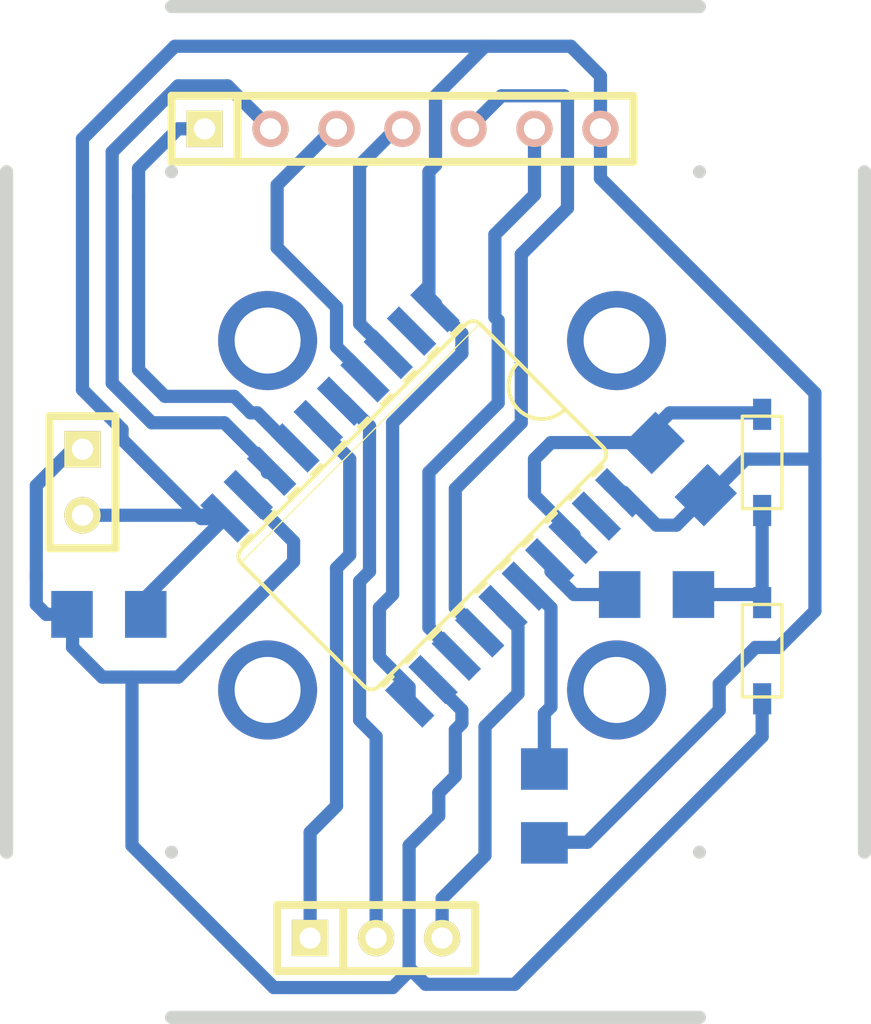
<source format=kicad_pcb>
(kicad_pcb (version 4) (host json2kicad_pcb "2020-11-07 22:23:10")

  (general
    (links 0)
    (no_connects 0)
    (area -9.4996 -24.257 49.53 14.605)
    (thickness 1.6002)
    (drawings 0)
    (tracks 160)
    (zones 0)
    (modules 11)
    (nets 133)
  )

  (page A3)
  (title_block
    (date "30 dec 2015")
  )

  (layers
  (0 B.Cu signal)
  (1 Inner1.Cu signal)
  (2 Inner2.Cu signal)
  (15 F.Cu signal)
  (20 B.SilkS user)
  (21 F.SilkS user)
  (22 B.Paste user)
  (23 F.Paste user)
  (24 Dwgs.User user)
  (25 Cmts.User user)
  (26 Eco1.User user)
  (27 Eco2.User user)
  (28 Edge.Cuts user)
  (31 B.Cu signal)
  (32 B.Adhes user)
  (33 F.Adhes user)
  (34 B.Paste user)
  (35 F.Paste user)
  (36 B.SilkS user)
  (37 F.SilkS user)
  (38 B.Mask user)
  (39 F.Mask user)
  (40 Dwgs.User user)
  (41 Cmts.User user)
  (42 Eco1.User user)
  (43 Eco2.User user)
  (44 Edge.Cuts user)
  )

  (setup
(last_trace_width 0.254)
    (trace_clearance 0.254)
    (zone_clearance 0.508)
    (zone_45_only no)
    (trace_min 0.254)
    (segment_width 0.2)
    (edge_width 0.1)
    (via_size 1.19888)
    (via_drill 0.635)
    (via_min_size 0.889)
    (via_min_drill 0.508)
    (uvia_size 0.508)
    (uvia_drill 0.127)
    (uvias_allowed no)
    (uvia_min_size 0.508)
    (uvia_min_drill 0.127)
    (pcb_text_width 0.3)
    (pcb_text_size 1.5 1.5)
    (mod_edge_width 0.15)
    (mod_text_size 1 1)
    (mod_text_width 0.15)
    (pad_size 1.5 1.5)
    (pad_drill 0.6)
    (pad_to_mask_clearance 0)
    (aux_axis_origin 0 0)
    (visible_elements 7FFFFFFF)
    (pcbplotparams
      (layerselection 0x00030_80000001)
      (usegerberextensions true)
      (excludeedgelayer true)
      (linewidth 0.150000)
      (plotframeref false)
      (viasonmask false)
      (mode 1)
      (useauxorigin false)
      (hpglpennumber 1)
      (hpglpenspeed 20)
      (hpglpendiameter 15)
      (hpglpenoverlay 2)
      (psnegative false)
      (psa4output false)
      (plotreference true)
      (plotvalue true)
      (plotinvisibletext false)
      (padsonsilk false)
      (subtractmaskfromsilk false)
      (outputformat 1)
      (mirror false)
      (drillshape 1)
      (scaleselection 1)
      (outputdirectory ""))
  )

  (net 0 "")
  (net 1 "N-00001")
  (net 2 "N-00002")
  (net 3 "N-00003")
  (net 4 "N-00004")
  (net 5 "N-00005")
  (net 6 "N-00006")
  (net 7 "N-00007")
  (net 8 "N-00008")
  (net 9 "N-00009")
  (net 10 "N-00010")
  (net 11 "N-00011")
  (net 12 "N-00012")
  (net 13 "N-00013")
  (net 14 "N-00014")
  (net 15 "N-00015")
  (net 16 "N-00016")
  (net 17 "N-00017")
  (net 18 "N-00018")
  (net 66 "N-00066")
  (net 50 "N-00050")
  (net 45 "N-00045")
  (net 46 "N-00046")
  (net 44 "N-00044")
  (net 51 "N-00051")
  (net 25 "N-00025")
  (net 26 "N-00026")
  (net 58 "N-00058")
  (net 28 "N-00028")
  (net 29 "N-00029")
  (net 30 "N-00030")
  (net 31 "N-00031")
  (net 32 "N-00032")
  (net 64 "N-00064")
  (net 57 "N-00057")
  (net 69 "N-00069")
  (net 71 "N-00071")
  (net 43 "N-00043")
  (net 65 "N-00065")
  (net 56 "N-00056")
  (net 67 "N-00067")
  (net 68 "N-00068")
  (net 69 "N-00069")
  (net 70 "N-00070")
  (net 71 "N-00071")
  (net 72 "N-00072")
  (net 73 "N-00073")
  (net 74 "N-00074")
  (net 75 "N-00075")
  (net 76 "N-00076")
  (net 77 "N-00077")
  (net 78 "N-00078")
  (net 79 "N-00079")
  (net 80 "N-00080")
  (net 81 "N-00081")
  (net 82 "N-00082")
  (net 83 "N-00083")
  (net 116 "N-00116")
  (net 85 "N-00085")
  (net 127 "N-00127")
  (net 122 "N-00122")
  (net 123 "N-00123")
  (net 89 "N-00089")
  (net 90 "N-00090")
  (net 91 "N-00091")
  (net 92 "N-00092")
  (net 93 "N-00093")
  (net 94 "N-00094")
  (net 95 "N-00095")
  (net 96 "N-00096")
  (net 97 "N-00097")
  (net 117 "N-00117")
  (net 126 "N-00126")
  (net 124 "N-00124")
  (net 125 "N-00125")
  (net 135 "N-00135")
  (net 103 "N-00103")
  (net 104 "N-00104")
  (net 105 "N-00105")
  (net 106 "N-00106")
  (net 121 "N-00121")
  (net 108 "N-00108")
  (net 109 "N-00109")
  (net 120 "N-00120")
  (net 119 "N-00119")
  (net 111 "N-00111")
  (net 169 "N-00169")
  (net 113 "N-00113")
  (net 113 "N-00113")
  (net 119 "N-00119")
  (net 138 "N-00138")
  (net 115 "N-00115")
  (net 205 "N-00205")
  (net 167 "N-00167")
  (net 163 "N-00163")
  (net 139 "N-00139")
  (net 140 "N-00140")
  (net 164 "N-00164")
  (net 158 "N-00158")
  (net 193 "N-00193")
  (net 159 "N-00159")
  (net 145 "N-00145")
  (net 146 "N-00146")
  (net 161 "N-00161")
  (net 148 "N-00148")
  (net 149 "N-00149")
  (net 176 "N-00176")
  (net 199 "N-00199")
  (net 208 "N-00208")
  (net 165 "N-00165")
  (net 156 "N-00156")
  (net 156 "N-00156")
  (net 157 "N-00157")
  (net 170 "N-00170")
  (net 171 "N-00171")
  (net 172 "N-00172")
  (net 173 "N-00173")
  (net 190 "N-00190")
  (net 175 "N-00175")
  (net 180 "N-00180")
  (net 179 "N-00179")
  (net 189 "N-00189")
  (net 188 "N-00188")
  (net 183 "N-00183")
  (net 184 "N-00184")
  (net 185 "N-00185")
  (net 207 "N-00207")
  (net 192 "N-00192")
  (net 194 "N-00194")
  (net 206 "N-00206")
  (net 201 "N-00201")
  (net 197 "N-00197")
  (net 203 "N-00203")

  (net_class Default "This is the default net class."
    (via_dia 1.19888)
    (via_drill 0.635)
    (uvia_drill 0.127)
    (trace_width 0.254)
    (uvia_dia 0.508)
    (clearance 0.254)
    (add_net "")
    (add_net "N-00001")
    (add_net "N-00002")
    (add_net "N-00003")
    (add_net "N-00004")
    (add_net "N-00005")
    (add_net "N-00006")
    (add_net "N-00007")
    (add_net "N-00008")
    (add_net "N-00009")
    (add_net "N-00010")
    (add_net "N-00011")
    (add_net "N-00012")
    (add_net "N-00013")
    (add_net "N-00014")
    (add_net "N-00015")
    (add_net "N-00016")
    (add_net "N-00017")
    (add_net "N-00018")
    (add_net "N-00135")
    (add_net "N-00165")
    (add_net "N-00025")
    (add_net "N-00026")
    (add_net "N-00138")
    (add_net "N-00028")
    (add_net "N-00029")
    (add_net "N-00030")
    (add_net "N-00031")
    (add_net "N-00032")
    (add_net "N-00025")
    (add_net "N-00026")
    (add_net "N-00167")
    (add_net "N-00043")
    (add_net "N-00044")
    (add_net "N-00045")
    (add_net "N-00046")
    (add_net "N-00161")
    (add_net "")
    (add_net "N-00050")
    (add_net "N-00051")
    (add_net "N-00004")
    (add_net "N-00056")
    (add_net "N-00008")
    (add_net "N-00058")
    (add_net "N-00163")
    (add_net "N-00064")
    (add_net "N-00065")
    (add_net "N-00066")
    (add_net "N-00067")
    (add_net "N-00068")
    (add_net "N-00069")
    (add_net "N-00070")
    (add_net "N-00071")
    (add_net "N-00072")
    (add_net "N-00073")
    (add_net "N-00074")
    (add_net "N-00075")
    (add_net "N-00076")
    (add_net "N-00077")
    (add_net "N-00078")
    (add_net "N-00079")
    (add_net "N-00080")
    (add_net "N-00081")
    (add_net "N-00082")
    (add_net "N-00083")
    (add_net "N-00124")
    (add_net "N-00085")
    (add_net "N-00126")
    (add_net "N-00127")
    (add_net "N-00089")
    (add_net "N-00090")
    (add_net "N-00091")
    (add_net "N-00092")
    (add_net "N-00093")
    (add_net "N-00094")
    (add_net "N-00095")
    (add_net "N-00096")
    (add_net "N-00097")
    (add_net "N-00058")
    (add_net "N-00103")
    (add_net "N-00104")
    (add_net "N-00105")
    (add_net "N-00057")
    (add_net "N-00056")
    (add_net "N-00051")
    (add_net "N-00050")
    (add_net "N-00111")
    (add_net "N-00113")
    (add_net "N-00115")
    (add_net "N-00116")
    (add_net "N-00117")
    (add_net "N-00119")
    (add_net "N-00120")
    (add_net "N-00121")
    (add_net "N-00122")
    (add_net "N-00123")
    (add_net "N-00124")
    (add_net "N-00125")
    (add_net "N-00126")
    (add_net "N-00127")
    (add_net "N-00164")
    (add_net "N-00201")
    (add_net "N-00199")
    (add_net "N-00179")
    (add_net "N-00135")
    (add_net "N-00108")
    (add_net "N-00138")
    (add_net "N-00139")
    (add_net "N-00140")
    (add_net "N-00190")
    (add_net "N-00193")
    (add_net "N-00109")
    (add_net "N-00115")
    (add_net "N-00145")
    (add_net "N-00117")
    (add_net "N-00116")
    (add_net "N-00111")
    (add_net "N-00149")
    (add_net "N-00113")
    (add_net "N-00176")
    (add_net "N-00082")
    (add_net "N-00083")
    (add_net "N-00080")
    (add_net "N-00081")
    (add_net "N-00119")
    (add_net "N-00139")
    (add_net "N-00158")
    (add_net "N-00085")
    (add_net "N-00161")
    (add_net "N-00163")
    (add_net "N-00164")
    (add_net "N-00165")
    (add_net "N-00167")
    (add_net "N-00169")
    (add_net "N-00170")
    (add_net "N-00171")
    (add_net "N-00172")
    (add_net "N-00173")
    (add_net "N-00175")
    (add_net "N-00176")
    (add_net "N-00003")
    (add_net "N-00179")
    (add_net "N-00180")
    (add_net "N-00007")
    (add_net "N-00183")
    (add_net "N-00184")
    (add_net "N-00185")
    (add_net "N-00188")
    (add_net "N-00189")
    (add_net "N-00190")
    (add_net "N-00192")
    (add_net "N-00193")
    (add_net "N-00194")
    (add_net "N-00197")
    (add_net "N-00199")
    (add_net "N-00201")
    (add_net "N-00203")
    (add_net "N-00205")
    (add_net "N-00206")
    (add_net "N-00207")
    (add_net "N-00208")
    (add_net "N-00108")
    (add_net "N-00109")
    (add_net "N-00103")
    (add_net "N-00106")
    (add_net "N-00104")
    (add_net "N-00105")
    (add_net "N-00032")
    (add_net "N-00031")
    (add_net "N-00030")
    (add_net "N-00194")
    (add_net "N-00028")
    (add_net "N-00029")
    (add_net "N-00064")
    (add_net "N-00065")
    (add_net "N-00066")
    (add_net "N-00067")
    (add_net "N-00068")
    (add_net "N-00069")
    (add_net "N-00175")
    (add_net "N-00173")
    (add_net "N-00172")
    (add_net "N-00171")
    (add_net "N-00170")
    (add_net "N-00183")
    (add_net "N-00180")
    (add_net "N-00002")
    (add_net "N-00184")
    (add_net "N-00006")
    (add_net "N-00188")
    (add_net "N-00189")
    (add_net "N-00197")
    (add_net "N-00106")
    (add_net "N-00185")
    (add_net "N-00192")
    (add_net "N-00169")
    (add_net "N-00057")
    (add_net "N-00091")
    (add_net "N-00090")
    (add_net "N-00093")
    (add_net "N-00092")
    (add_net "N-00095")
    (add_net "N-00094")
    (add_net "N-00097")
    (add_net "N-00096")
    (add_net "N-00011")
    (add_net "N-00010")
    (add_net "N-00013")
    (add_net "N-00012")
    (add_net "N-00015")
    (add_net "N-00014")
    (add_net "N-00017")
    (add_net "N-00016")
    (add_net "N-00018")
    (add_net "N-00146")
    (add_net "N-00089")
    (add_net "N-00148")
    (add_net "N-00157")
    (add_net "N-00156")
    (add_net "N-00159")
    (add_net "N-00158")
    (add_net "N-00207")
    (add_net "N-00046")
    (add_net "N-00156")
    (add_net "N-00044")
    (add_net "N-00045")
    (add_net "N-00043")
    (add_net "N-00157")
    (add_net "N-00001")
    (add_net "N-00005")
    (add_net "N-00009")
    (add_net "N-00159")
    (add_net "N-00146")
    (add_net "N-00203")
    (add_net "N-00145")
    (add_net "N-00205")
    (add_net "N-00140")
    (add_net "N-00206")
    (add_net "N-00208")
    (add_net "N-00148")
    (add_net "N-00149")
    (add_net "N-00077")
    (add_net "N-00076")
    (add_net "N-00075")
    (add_net "N-00074")
    (add_net "N-00073")
    (add_net "N-00072")
    (add_net "N-00071")
    (add_net "N-00070")
    (add_net "N-00079")
    (add_net "N-00078")
    (add_net "N-00120")
    (add_net "N-00121")
    (add_net "N-00122")
    (add_net "N-00123")
    (add_net "N-00125")
  )
  (module "SO20W"
    (layer "F.Cu")
    (tedit 0)
    (tstamp 0)
    (at 32.512 -5.08 -135.00)
    (fp_text reference "U0"
      (at -0.254 0.0 0.00)
      (layer Eco1.User)
      (effects (font (size 1.27 0.0)
        (thickness 0.0)))
    )
    (fp_text value "l6234"
      (at 2.413 0.0 0.00)
      (layer Eco1.User)
      (effects (font (size 1.27 0.0)
        (thickness 0.0)))
    )
    (fp_line (start 6.1214 -3.7338) (end -6.1214 -3.7338) (layer F.SilkS) (width 0.1524))
    (fp_arc (start 6.1214 3.3528) (end 6.1214 3.7338) (angle -90.00) (layer F.SilkS) (width 0.1524))
    (fp_arc (start -6.1214 -3.3528) (end -6.5024 -3.3528) (angle 90.00) (layer F.SilkS) (width 0.1524))
    (fp_arc (start 6.1214 -3.3528) (end 6.1214 -3.7338) (angle 90.00) (layer F.SilkS) (width 0.1524))
    (fp_arc (start -6.1214 3.3528) (end -6.5024 3.3528) (angle -90.00) (layer F.SilkS) (width 0.1524))
    (fp_line (start -6.1214 3.7338) (end 6.1214 3.7338) (layer F.SilkS) (width 0.1524))
    (fp_line (start 6.5024 3.3528) (end 6.5024 -3.3528) (layer F.SilkS) (width 0.1524))
    (fp_line (start -6.5024 -3.3528) (end -6.5024 -1.27) (layer F.SilkS) (width 0.1524))
    (fp_line (start -6.5024 -1.27) (end -6.5024 1.27) (layer F.SilkS) (width 0.1524))
    (fp_line (start -6.5024 1.27) (end -6.5024 3.3528) (layer F.SilkS) (width 0.1524))
    (fp_line (start -6.477 3.3782) (end 6.477 3.3782) (layer F.SilkS) (width 0.0508))
    (fp_arc (start -6.5024 0.0) (end -6.5024 -1.27) (angle 180.00) (layer F.SilkS) (width 0.1524))
    (fp_line (start -5.969 3.8608) (end -5.461 3.8608) (layer F.SilkS) (width 0.127))
    (fp_line (start -5.461 3.8608) (end -5.461 3.7338) (layer F.SilkS) (width 0.127))
    (fp_line (start -5.461 3.7338) (end -5.969 3.7338) (layer F.SilkS) (width 0.127))
    (fp_line (start -5.969 3.7338) (end -5.969 3.8608) (layer F.SilkS) (width 0.127))
    (fp_line (start -5.969 5.334) (end -5.461 5.334) (layer Cmts.User) (width 0.127))
    (fp_line (start -5.461 5.334) (end -5.461 3.8608) (layer Cmts.User) (width 0.127))
    (fp_line (start -5.461 3.8608) (end -5.969 3.8608) (layer Cmts.User) (width 0.127))
    (fp_line (start -5.969 3.8608) (end -5.969 5.334) (layer Cmts.User) (width 0.127))
    (fp_line (start -4.699 3.8608) (end -4.191 3.8608) (layer F.SilkS) (width 0.127))
    (fp_line (start -4.191 3.8608) (end -4.191 3.7338) (layer F.SilkS) (width 0.127))
    (fp_line (start -4.191 3.7338) (end -4.699 3.7338) (layer F.SilkS) (width 0.127))
    (fp_line (start -4.699 3.7338) (end -4.699 3.8608) (layer F.SilkS) (width 0.127))
    (fp_line (start -4.699 5.334) (end -4.191 5.334) (layer Cmts.User) (width 0.127))
    (fp_line (start -4.191 5.334) (end -4.191 3.8608) (layer Cmts.User) (width 0.127))
    (fp_line (start -4.191 3.8608) (end -4.699 3.8608) (layer Cmts.User) (width 0.127))
    (fp_line (start -4.699 3.8608) (end -4.699 5.334) (layer Cmts.User) (width 0.127))
    (fp_line (start -3.429 3.8608) (end -2.921 3.8608) (layer F.SilkS) (width 0.127))
    (fp_line (start -2.921 3.8608) (end -2.921 3.7338) (layer F.SilkS) (width 0.127))
    (fp_line (start -2.921 3.7338) (end -3.429 3.7338) (layer F.SilkS) (width 0.127))
    (fp_line (start -3.429 3.7338) (end -3.429 3.8608) (layer F.SilkS) (width 0.127))
    (fp_line (start -3.429 5.334) (end -2.921 5.334) (layer Cmts.User) (width 0.127))
    (fp_line (start -2.921 5.334) (end -2.921 3.8608) (layer Cmts.User) (width 0.127))
    (fp_line (start -2.921 3.8608) (end -3.429 3.8608) (layer Cmts.User) (width 0.127))
    (fp_line (start -3.429 3.8608) (end -3.429 5.334) (layer Cmts.User) (width 0.127))
    (fp_line (start -2.159 3.8608) (end -1.651 3.8608) (layer F.SilkS) (width 0.127))
    (fp_line (start -1.651 3.8608) (end -1.651 3.7338) (layer F.SilkS) (width 0.127))
    (fp_line (start -1.651 3.7338) (end -2.159 3.7338) (layer F.SilkS) (width 0.127))
    (fp_line (start -2.159 3.7338) (end -2.159 3.8608) (layer F.SilkS) (width 0.127))
    (fp_line (start -2.159 5.334) (end -1.651 5.334) (layer Cmts.User) (width 0.127))
    (fp_line (start -1.651 5.334) (end -1.651 3.8608) (layer Cmts.User) (width 0.127))
    (fp_line (start -1.651 3.8608) (end -2.159 3.8608) (layer Cmts.User) (width 0.127))
    (fp_line (start -2.159 3.8608) (end -2.159 5.334) (layer Cmts.User) (width 0.127))
    (fp_line (start -0.889 5.334) (end -0.381 5.334) (layer Cmts.User) (width 0.127))
    (fp_line (start -0.381 5.334) (end -0.381 3.8608) (layer Cmts.User) (width 0.127))
    (fp_line (start -0.381 3.8608) (end -0.889 3.8608) (layer Cmts.User) (width 0.127))
    (fp_line (start -0.889 3.8608) (end -0.889 5.334) (layer Cmts.User) (width 0.127))
    (fp_line (start -0.889 3.8608) (end -0.381 3.8608) (layer F.SilkS) (width 0.127))
    (fp_line (start -0.381 3.8608) (end -0.381 3.7338) (layer F.SilkS) (width 0.127))
    (fp_line (start -0.381 3.7338) (end -0.889 3.7338) (layer F.SilkS) (width 0.127))
    (fp_line (start -0.889 3.7338) (end -0.889 3.8608) (layer F.SilkS) (width 0.127))
    (fp_line (start 0.381 3.8608) (end 0.889 3.8608) (layer F.SilkS) (width 0.127))
    (fp_line (start 0.889 3.8608) (end 0.889 3.7338) (layer F.SilkS) (width 0.127))
    (fp_line (start 0.889 3.7338) (end 0.381 3.7338) (layer F.SilkS) (width 0.127))
    (fp_line (start 0.381 3.7338) (end 0.381 3.8608) (layer F.SilkS) (width 0.127))
    (fp_line (start 0.381 5.334) (end 0.889 5.334) (layer Cmts.User) (width 0.127))
    (fp_line (start 0.889 5.334) (end 0.889 3.8608) (layer Cmts.User) (width 0.127))
    (fp_line (start 0.889 3.8608) (end 0.381 3.8608) (layer Cmts.User) (width 0.127))
    (fp_line (start 0.381 3.8608) (end 0.381 5.334) (layer Cmts.User) (width 0.127))
    (fp_line (start 1.651 3.8608) (end 2.159 3.8608) (layer F.SilkS) (width 0.127))
    (fp_line (start 2.159 3.8608) (end 2.159 3.7338) (layer F.SilkS) (width 0.127))
    (fp_line (start 2.159 3.7338) (end 1.651 3.7338) (layer F.SilkS) (width 0.127))
    (fp_line (start 1.651 3.7338) (end 1.651 3.8608) (layer F.SilkS) (width 0.127))
    (fp_line (start 1.651 5.334) (end 2.159 5.334) (layer Cmts.User) (width 0.127))
    (fp_line (start 2.159 5.334) (end 2.159 3.8608) (layer Cmts.User) (width 0.127))
    (fp_line (start 2.159 3.8608) (end 1.651 3.8608) (layer Cmts.User) (width 0.127))
    (fp_line (start 1.651 3.8608) (end 1.651 5.334) (layer Cmts.User) (width 0.127))
    (fp_line (start 2.921 3.8608) (end 3.429 3.8608) (layer F.SilkS) (width 0.127))
    (fp_line (start 3.429 3.8608) (end 3.429 3.7338) (layer F.SilkS) (width 0.127))
    (fp_line (start 3.429 3.7338) (end 2.921 3.7338) (layer F.SilkS) (width 0.127))
    (fp_line (start 2.921 3.7338) (end 2.921 3.8608) (layer F.SilkS) (width 0.127))
    (fp_line (start 2.921 5.334) (end 3.429 5.334) (layer Cmts.User) (width 0.127))
    (fp_line (start 3.429 5.334) (end 3.429 3.8608) (layer Cmts.User) (width 0.127))
    (fp_line (start 3.429 3.8608) (end 2.921 3.8608) (layer Cmts.User) (width 0.127))
    (fp_line (start 2.921 3.8608) (end 2.921 5.334) (layer Cmts.User) (width 0.127))
    (fp_line (start -5.969 -3.8608) (end -5.461 -3.8608) (layer Cmts.User) (width 0.127))
    (fp_line (start -5.461 -3.8608) (end -5.461 -5.334) (layer Cmts.User) (width 0.127))
    (fp_line (start -5.461 -5.334) (end -5.969 -5.334) (layer Cmts.User) (width 0.127))
    (fp_line (start -5.969 -5.334) (end -5.969 -3.8608) (layer Cmts.User) (width 0.127))
    (fp_line (start -5.969 -3.7338) (end -5.461 -3.7338) (layer F.SilkS) (width 0.127))
    (fp_line (start -5.461 -3.7338) (end -5.461 -3.8608) (layer F.SilkS) (width 0.127))
    (fp_line (start -5.461 -3.8608) (end -5.969 -3.8608) (layer F.SilkS) (width 0.127))
    (fp_line (start -5.969 -3.8608) (end -5.969 -3.7338) (layer F.SilkS) (width 0.127))
    (fp_line (start -4.699 -3.7338) (end -4.191 -3.7338) (layer F.SilkS) (width 0.127))
    (fp_line (start -4.191 -3.7338) (end -4.191 -3.8608) (layer F.SilkS) (width 0.127))
    (fp_line (start -4.191 -3.8608) (end -4.699 -3.8608) (layer F.SilkS) (width 0.127))
    (fp_line (start -4.699 -3.8608) (end -4.699 -3.7338) (layer F.SilkS) (width 0.127))
    (fp_line (start -4.699 -3.8608) (end -4.191 -3.8608) (layer Cmts.User) (width 0.127))
    (fp_line (start -4.191 -3.8608) (end -4.191 -5.334) (layer Cmts.User) (width 0.127))
    (fp_line (start -4.191 -5.334) (end -4.699 -5.334) (layer Cmts.User) (width 0.127))
    (fp_line (start -4.699 -5.334) (end -4.699 -3.8608) (layer Cmts.User) (width 0.127))
    (fp_line (start -3.429 -3.7338) (end -2.921 -3.7338) (layer F.SilkS) (width 0.127))
    (fp_line (start -2.921 -3.7338) (end -2.921 -3.8608) (layer F.SilkS) (width 0.127))
    (fp_line (start -2.921 -3.8608) (end -3.429 -3.8608) (layer F.SilkS) (width 0.127))
    (fp_line (start -3.429 -3.8608) (end -3.429 -3.7338) (layer F.SilkS) (width 0.127))
    (fp_line (start -3.429 -3.8608) (end -2.921 -3.8608) (layer Cmts.User) (width 0.127))
    (fp_line (start -2.921 -3.8608) (end -2.921 -5.334) (layer Cmts.User) (width 0.127))
    (fp_line (start -2.921 -5.334) (end -3.429 -5.334) (layer Cmts.User) (width 0.127))
    (fp_line (start -3.429 -5.334) (end -3.429 -3.8608) (layer Cmts.User) (width 0.127))
    (fp_line (start -2.159 -3.7338) (end -1.651 -3.7338) (layer F.SilkS) (width 0.127))
    (fp_line (start -1.651 -3.7338) (end -1.651 -3.8608) (layer F.SilkS) (width 0.127))
    (fp_line (start -1.651 -3.8608) (end -2.159 -3.8608) (layer F.SilkS) (width 0.127))
    (fp_line (start -2.159 -3.8608) (end -2.159 -3.7338) (layer F.SilkS) (width 0.127))
    (fp_line (start -2.159 -3.8608) (end -1.651 -3.8608) (layer Cmts.User) (width 0.127))
    (fp_line (start -1.651 -3.8608) (end -1.651 -5.334) (layer Cmts.User) (width 0.127))
    (fp_line (start -1.651 -5.334) (end -2.159 -5.334) (layer Cmts.User) (width 0.127))
    (fp_line (start -2.159 -5.334) (end -2.159 -3.8608) (layer Cmts.User) (width 0.127))
    (fp_line (start -0.889 -3.7338) (end -0.381 -3.7338) (layer F.SilkS) (width 0.127))
    (fp_line (start -0.381 -3.7338) (end -0.381 -3.8608) (layer F.SilkS) (width 0.127))
    (fp_line (start -0.381 -3.8608) (end -0.889 -3.8608) (layer F.SilkS) (width 0.127))
    (fp_line (start -0.889 -3.8608) (end -0.889 -3.7338) (layer F.SilkS) (width 0.127))
    (fp_line (start -0.889 -3.8608) (end -0.381 -3.8608) (layer Cmts.User) (width 0.127))
    (fp_line (start -0.381 -3.8608) (end -0.381 -5.334) (layer Cmts.User) (width 0.127))
    (fp_line (start -0.381 -5.334) (end -0.889 -5.334) (layer Cmts.User) (width 0.127))
    (fp_line (start -0.889 -5.334) (end -0.889 -3.8608) (layer Cmts.User) (width 0.127))
    (fp_line (start 0.381 -3.7338) (end 0.889 -3.7338) (layer F.SilkS) (width 0.127))
    (fp_line (start 0.889 -3.7338) (end 0.889 -3.8608) (layer F.SilkS) (width 0.127))
    (fp_line (start 0.889 -3.8608) (end 0.381 -3.8608) (layer F.SilkS) (width 0.127))
    (fp_line (start 0.381 -3.8608) (end 0.381 -3.7338) (layer F.SilkS) (width 0.127))
    (fp_line (start 0.381 -3.8608) (end 0.889 -3.8608) (layer Cmts.User) (width 0.127))
    (fp_line (start 0.889 -3.8608) (end 0.889 -5.334) (layer Cmts.User) (width 0.127))
    (fp_line (start 0.889 -5.334) (end 0.381 -5.334) (layer Cmts.User) (width 0.127))
    (fp_line (start 0.381 -5.334) (end 0.381 -3.8608) (layer Cmts.User) (width 0.127))
    (fp_line (start 1.651 -3.7338) (end 2.159 -3.7338) (layer F.SilkS) (width 0.127))
    (fp_line (start 2.159 -3.7338) (end 2.159 -3.8608) (layer F.SilkS) (width 0.127))
    (fp_line (start 2.159 -3.8608) (end 1.651 -3.8608) (layer F.SilkS) (width 0.127))
    (fp_line (start 1.651 -3.8608) (end 1.651 -3.7338) (layer F.SilkS) (width 0.127))
    (fp_line (start 1.651 -3.8608) (end 2.159 -3.8608) (layer Cmts.User) (width 0.127))
    (fp_line (start 2.159 -3.8608) (end 2.159 -5.334) (layer Cmts.User) (width 0.127))
    (fp_line (start 2.159 -5.334) (end 1.651 -5.334) (layer Cmts.User) (width 0.127))
    (fp_line (start 1.651 -5.334) (end 1.651 -3.8608) (layer Cmts.User) (width 0.127))
    (fp_line (start 2.921 -3.7338) (end 3.429 -3.7338) (layer F.SilkS) (width 0.127))
    (fp_line (start 3.429 -3.7338) (end 3.429 -3.8608) (layer F.SilkS) (width 0.127))
    (fp_line (start 3.429 -3.8608) (end 2.921 -3.8608) (layer F.SilkS) (width 0.127))
    (fp_line (start 2.921 -3.8608) (end 2.921 -3.7338) (layer F.SilkS) (width 0.127))
    (fp_line (start 2.921 -3.8608) (end 3.429 -3.8608) (layer Cmts.User) (width 0.127))
    (fp_line (start 3.429 -3.8608) (end 3.429 -5.334) (layer Cmts.User) (width 0.127))
    (fp_line (start 3.429 -5.334) (end 2.921 -5.334) (layer Cmts.User) (width 0.127))
    (fp_line (start 2.921 -5.334) (end 2.921 -3.8608) (layer Cmts.User) (width 0.127))
    (fp_line (start 4.191 -3.7338) (end 4.699 -3.7338) (layer F.SilkS) (width 0.127))
    (fp_line (start 4.699 -3.7338) (end 4.699 -3.8608) (layer F.SilkS) (width 0.127))
    (fp_line (start 4.699 -3.8608) (end 4.191 -3.8608) (layer F.SilkS) (width 0.127))
    (fp_line (start 4.191 -3.8608) (end 4.191 -3.7338) (layer F.SilkS) (width 0.127))
    (fp_line (start 5.461 -3.7338) (end 5.969 -3.7338) (layer F.SilkS) (width 0.127))
    (fp_line (start 5.969 -3.7338) (end 5.969 -3.8608) (layer F.SilkS) (width 0.127))
    (fp_line (start 5.969 -3.8608) (end 5.461 -3.8608) (layer F.SilkS) (width 0.127))
    (fp_line (start 5.461 -3.8608) (end 5.461 -3.7338) (layer F.SilkS) (width 0.127))
    (fp_line (start 4.191 -3.8608) (end 4.699 -3.8608) (layer Cmts.User) (width 0.127))
    (fp_line (start 4.699 -3.8608) (end 4.699 -5.334) (layer Cmts.User) (width 0.127))
    (fp_line (start 4.699 -5.334) (end 4.191 -5.334) (layer Cmts.User) (width 0.127))
    (fp_line (start 4.191 -5.334) (end 4.191 -3.8608) (layer Cmts.User) (width 0.127))
    (fp_line (start 5.461 -3.8608) (end 5.969 -3.8608) (layer Cmts.User) (width 0.127))
    (fp_line (start 5.969 -3.8608) (end 5.969 -5.334) (layer Cmts.User) (width 0.127))
    (fp_line (start 5.969 -5.334) (end 5.461 -5.334) (layer Cmts.User) (width 0.127))
    (fp_line (start 5.461 -5.334) (end 5.461 -3.8608) (layer Cmts.User) (width 0.127))
    (fp_line (start 4.191 3.8608) (end 4.699 3.8608) (layer F.SilkS) (width 0.127))
    (fp_line (start 4.699 3.8608) (end 4.699 3.7338) (layer F.SilkS) (width 0.127))
    (fp_line (start 4.699 3.7338) (end 4.191 3.7338) (layer F.SilkS) (width 0.127))
    (fp_line (start 4.191 3.7338) (end 4.191 3.8608) (layer F.SilkS) (width 0.127))
    (fp_line (start 5.461 3.8608) (end 5.969 3.8608) (layer F.SilkS) (width 0.127))
    (fp_line (start 5.969 3.8608) (end 5.969 3.7338) (layer F.SilkS) (width 0.127))
    (fp_line (start 5.969 3.7338) (end 5.461 3.7338) (layer F.SilkS) (width 0.127))
    (fp_line (start 5.461 3.7338) (end 5.461 3.8608) (layer F.SilkS) (width 0.127))
    (fp_line (start 4.191 5.334) (end 4.699 5.334) (layer Cmts.User) (width 0.127))
    (fp_line (start 4.699 5.334) (end 4.699 3.8608) (layer Cmts.User) (width 0.127))
    (fp_line (start 4.699 3.8608) (end 4.191 3.8608) (layer Cmts.User) (width 0.127))
    (fp_line (start 4.191 3.8608) (end 4.191 5.334) (layer Cmts.User) (width 0.127))
    (fp_line (start 5.461 5.334) (end 5.969 5.334) (layer Cmts.User) (width 0.127))
    (fp_line (start 5.969 5.334) (end 5.969 3.8608) (layer Cmts.User) (width 0.127))
    (fp_line (start 5.969 3.8608) (end 5.461 3.8608) (layer Cmts.User) (width 0.127))
    (fp_line (start 5.461 3.8608) (end 5.461 5.334) (layer Cmts.User) (width 0.127))
    (pad 1 smd rect (at -5.715 5.0292 -135.00) (size 0.6604 2.032) (drill 0.0) (layers "F.Cu" "F.Paste") (net 69 N-00069))
    (pad 2 smd rect (at -4.445 5.0292 -135.00) (size 0.6604 2.032) (drill 0.0) (layers "F.Cu" "F.Paste") (net 70 N-00070))
    (pad 3 smd rect (at -3.175 5.0292 -135.00) (size 0.6604 2.032) (drill 0.0) (layers "F.Cu" "F.Paste") (net 71 N-00071))
    (pad 4 smd rect (at -1.905 5.0292 -135.00) (size 0.6604 2.032) (drill 0.0) (layers "F.Cu" "F.Paste") (net 72 N-00072))
    (pad 5 smd rect (at -0.635 5.0292 -135.00) (size 0.6604 2.032) (drill 0.0) (layers "F.Cu" "F.Paste") (net 73 N-00073))
    (pad 6 smd rect (at 0.635 5.0292 -135.00) (size 0.6604 2.032) (drill 0.0) (layers "F.Cu" "F.Paste") (net 74 N-00074))
    (pad 7 smd rect (at 1.905 5.0292 -135.00) (size 0.6604 2.032) (drill 0.0) (layers "F.Cu" "F.Paste") (net 75 N-00075))
    (pad 8 smd rect (at 3.175 5.0292 -135.00) (size 0.6604 2.032) (drill 0.0) (layers "F.Cu" "F.Paste") (net 76 N-00076))
    (pad 13 smd rect (at 3.175 -5.0292 -135.00) (size 0.6604 2.032) (drill 0.0) (layers "F.Cu" "F.Paste") (net 77 N-00077))
    (pad 14 smd rect (at 1.905 -5.0292 -135.00) (size 0.6604 2.032) (drill 0.0) (layers "F.Cu" "F.Paste") (net 78 N-00078))
    (pad 15 smd rect (at 0.635 -5.0292 -135.00) (size 0.6604 2.032) (drill 0.0) (layers "F.Cu" "F.Paste") (net 79 N-00079))
    (pad 16 smd rect (at -0.635 -5.0292 -135.00) (size 0.6604 2.032) (drill 0.0) (layers "F.Cu" "F.Paste") (net 80 N-00080))
    (pad 17 smd rect (at -1.905 -5.0292 -135.00) (size 0.6604 2.032) (drill 0.0) (layers "F.Cu" "F.Paste") (net 81 N-00081))
    (pad 18 smd rect (at -3.175 -5.0292 -135.00) (size 0.6604 2.032) (drill 0.0) (layers "F.Cu" "F.Paste") (net 82 N-00082))
    (pad 19 smd rect (at -4.445 -5.0292 -135.00) (size 0.6604 2.032) (drill 0.0) (layers "F.Cu" "F.Paste") (net 83 N-00083))
    (pad 20 smd rect (at -5.715 -5.0292 -135.00) (size 0.6604 2.032) (drill 0.0) (layers "F.Cu" "F.Paste") (net 85 N-00085))
    (pad 9 smd rect (at 4.445 5.0292 -135.00) (size 0.6604 2.032) (drill 0.0) (layers "F.Cu" "F.Paste") (net 28 N-00028))
    (pad 10 smd rect (at 5.715 5.0292 -135.00) (size 0.6604 2.032) (drill 0.0) (layers "F.Cu" "F.Paste") (net 163 N-00163))
    (pad 12 smd rect (at 4.445 -5.0292 -135.00) (size 0.6604 2.032) (drill 0.0) (layers "F.Cu" "F.Paste") (net 28 N-00028))
    (pad 11 smd rect (at 5.715 -5.0292 -135.00) (size 0.6604 2.032) (drill 0.0) (layers "F.Cu" "F.Paste") (net 69 N-00069))
  )

  (module "SIL-7"
    (layer "F.Cu")
    (tedit 0)
    (tstamp 0)
    (at 31.75 -19.558 0.00)
    (fp_text reference "in_en_g"
      (at -2.54 0.0 0.00)
      (layer F.SilkS)
      (effects (font (size 1.08712 0.0)
        (thickness 0.0)))
    )
    (fp_text value "Val**"
      (at -2.54 0.0 0.00)
      (layer F.SilkS)
      (effects (font (size 1.016 0.0)
        (thickness 0.0)))
    )
    (fp_line (start -8.89 -1.27) (end -8.89 -1.27) (layer F.SilkS) (width 0.3048))
    (fp_line (start -8.89 -1.27) (end 8.89 -1.27) (layer F.SilkS) (width 0.3048))
    (fp_line (start 8.89 -1.27) (end 8.89 1.27) (layer F.SilkS) (width 0.3048))
    (fp_line (start 8.89 1.27) (end -8.89 1.27) (layer F.SilkS) (width 0.3048))
    (fp_line (start -8.89 1.27) (end -8.89 -1.27) (layer F.SilkS) (width 0.3048))
    (fp_line (start -6.35 1.27) (end -6.35 1.27) (layer F.SilkS) (width 0.3048))
    (fp_line (start -6.35 1.27) (end -6.35 -1.27) (layer F.SilkS) (width 0.3048))
    (pad 1 thru_hole rect (at -7.62 0.0 0.00) (size 1.397 1.397) (drill 0.8128) (layers "B.Cu" "Inner1.Cu" "Inner2.Cu" "F.Cu" "F.SilkS" "B.Paste" "F.Paste") (net 75 N-00075))
    (pad 2 thru_hole circle (at -5.08 0.0 0.00) (size 1.397 1.397) (drill 0.8128) (layers "B.Cu" "Inner1.Cu" "Inner2.Cu" "F.Cu" "B.SilkS" "F.SilkS" "B.Paste" "F.Paste") (net 76 N-00076))
    (pad 3 thru_hole circle (at -2.54 0.0 0.00) (size 1.397 1.397) (drill 0.8128) (layers "B.Cu" "Inner1.Cu" "Inner2.Cu" "F.Cu" "B.SilkS" "F.SilkS" "B.Paste" "F.Paste") (net 72 N-00072))
    (pad 4 thru_hole circle (at 0.0 0.0 0.00) (size 1.397 1.397) (drill 0.8128) (layers "B.Cu" "Inner1.Cu" "Inner2.Cu" "F.Cu" "B.SilkS" "F.SilkS" "B.Paste" "F.Paste") (net 71 N-00071))
    (pad 5 thru_hole circle (at 2.54 0.0 0.00) (size 1.397 1.397) (drill 0.8128) (layers "B.Cu" "Inner1.Cu" "Inner2.Cu" "F.Cu" "B.SilkS" "F.SilkS" "B.Paste" "F.Paste") (net 78 N-00078))
    (pad 6 thru_hole circle (at 5.08 0.0 0.00) (size 1.397 1.397) (drill 0.8128) (layers "B.Cu" "Inner1.Cu" "Inner2.Cu" "F.Cu" "B.SilkS" "F.SilkS" "B.Paste" "F.Paste") (net 77 N-00077))
    (pad 7 thru_hole circle (at 7.62 0.0 0.00) (size 1.397 1.397) (drill 0.8128) (layers "B.Cu" "Inner1.Cu" "Inner2.Cu" "F.Cu" "B.SilkS" "F.SilkS" "B.Paste" "F.Paste") (net 69 N-00069))
  )

  (segment (start 45.339 0.381) (end 46.228 0.381) (width 0.508) (layer F.Cu) (net 69))
  (module "SOD-123"
    (layer "F.Cu")
    (tedit 0)
    (tstamp 0)
    (at 45.593 -6.731 -90.00)
    (fp_text reference "D1"
      (at -0.79502 0.0 0.00)
      (layer Eco1.User)
      (effects (font (size 0.4064 0.0)
        (thickness 0.0)))
    )
    (fp_text value "1n4148"
      (at 1.4859 0.0 0.00)
      (layer Eco1.User)
      (effects (font (size 0.4064 0.0)
        (thickness 0.0)))
    )
    (fp_line (start -0.99822 -0.6985) (end 0.99822 -0.6985) (layer Cmts.User) (width 0.1524))
    (fp_line (start 0.99822 -0.6985) (end 0.99822 0.6985) (layer Cmts.User) (width 0.1524))
    (fp_line (start 0.99822 0.6985) (end -0.99822 0.6985) (layer Cmts.User) (width 0.1524))
    (fp_line (start -0.99822 0.6985) (end -0.99822 -0.6985) (layer Cmts.User) (width 0.1524))
    (fp_line (start -0.49784 0.0) (end 0.09906 -0.39878) (layer Cmts.User) (width 0.1524))
    (fp_line (start 0.09906 -0.39878) (end 0.09906 0.39878) (layer Cmts.User) (width 0.1524))
    (fp_line (start 0.09906 0.39878) (end -0.49784 0.0) (layer Cmts.User) (width 0.1524))
    (fp_line (start -1.778 -0.762) (end 1.778 -0.762) (layer F.SilkS) (width 0.127))
    (fp_line (start 1.778 -0.762) (end 1.778 0.762) (layer F.SilkS) (width 0.127))
    (fp_line (start 1.778 0.762) (end -1.778 0.762) (layer F.SilkS) (width 0.127))
    (fp_line (start -1.778 0.762) (end -1.778 -0.762) (layer F.SilkS) (width 0.127))
    (fp_line (start -0.6985 0.6985) (end -0.49784 0.6985) (layer Cmts.User) (width 0.127))
    (fp_line (start -0.49784 0.6985) (end -0.49784 -0.6985) (layer Cmts.User) (width 0.127))
    (fp_line (start -0.49784 -0.6985) (end -0.6985 -0.6985) (layer Cmts.User) (width 0.127))
    (fp_line (start -0.6985 -0.6985) (end -0.6985 0.6985) (layer Cmts.User) (width 0.127))
    (pad C smd rect (at -1.84912 0.0 -90.00) (size 1.19888 0.6985) (drill 0.0) (layers "F.Cu" "F.Paste") (net 82 N-00082))
    (pad A smd rect (at 1.84912 0.0 -90.00) (size 1.19888 0.6985) (drill 0.0) (layers "F.Cu" "F.Paste") (net 116 N-00116))
  )

  (module "meow_gopro_bot_screw"
    (layer "F.Cu")
    (tedit 0)
    (tstamp 0)
    (at 33.274 -4.699 45.00)
    (fp_text reference ""
      (at 0.0 0.0 0.00)
      (layer F.SilkS)
      (effects (font (size 0.0 0.0)
        (thickness 0.0)))
    )
    (fp_text reference "screw"
      (at 0.0 0.0 0.00)
      (layer F.SilkS)
      (effects (font (size 0.0 0.0)
        (thickness 0.0)))
    )
    (pad S0 thru_hole oval (at 0.0 9.4996 45.00) (size 3.81 3.81) (drill 2.54) (layers "B.Cu" "Inner1.Cu" "Inner2.Cu" "F.Cu" "B.Paste" "F.Paste") (net 156 N-00156))
    (pad S1 thru_hole oval (at 9.4996 0.0 45.00) (size 3.81 3.81) (drill 2.54) (layers "B.Cu" "Inner1.Cu" "Inner2.Cu" "F.Cu" "B.Paste" "F.Paste") (net 161 N-00161))
    (pad S2 thru_hole oval (at 0.0 -9.4996 45.00) (size 3.81 3.81) (drill 2.54) (layers "B.Cu" "Inner1.Cu" "Inner2.Cu" "F.Cu" "B.Paste" "F.Paste") (net 158 N-00158))
    (pad S3 thru_hole oval (at -9.4996 0.0 45.00) (size 3.81 3.81) (drill 2.54) (layers "B.Cu" "Inner1.Cu" "Inner2.Cu" "F.Cu" "B.Paste" "F.Paste") (net 159 N-00159))
  )

  (module "SIL-2"
    (layer "F.Cu")
    (tedit 0)
    (tstamp 0)
    (at 19.431 -5.969 -90.00)
    (fp_text reference "motpwr"
      (at -2.54 0.0 0.00)
      (layer F.SilkS)
      (effects (font (size 1.08712 0.0)
        (thickness 0.0)))
    )
    (fp_text value "Val**"
      (at -2.54 0.0 0.00)
      (layer F.SilkS)
      (effects (font (size 1.016 0.0)
        (thickness 0.0)))
    )
    (fp_line (start -2.54 1.27) (end -2.54 -1.27) (layer F.SilkS) (width 0.3048))
    (fp_line (start -2.54 -1.27) (end 2.54 -1.27) (layer F.SilkS) (width 0.3048))
    (fp_line (start 2.54 -1.27) (end 2.54 1.27) (layer F.SilkS) (width 0.3048))
    (fp_line (start 2.54 1.27) (end -2.54 1.27) (layer F.SilkS) (width 0.3048))
    (pad 1 thru_hole rect (at -1.27 0.0 -90.00) (size 1.397 1.397) (drill 0.8128) (layers "B.Cu" "Inner1.Cu" "Inner2.Cu" "F.Cu" "F.SilkS" "B.Paste" "F.Paste") (net 119 N-00119))
    (pad 2 thru_hole circle (at 1.27 0.0 -90.00) (size 1.397 1.397) (drill 0.8128) (layers "B.Cu" "Inner1.Cu" "Inner2.Cu" "F.Cu" "F.SilkS" "B.Paste" "F.Paste") (net 163 N-00163))
  )

  (module "C1206"
    (layer "F.Cu")
    (tedit 0)
    (tstamp 0)
    (at 41.529 -1.651 180.00)
    (fp_text reference "C2"
      (at -0.635 0.0 0.00)
      (layer Eco1.User)
      (effects (font (size 1.27 0.0)
        (thickness 0.0)))
    )
    (fp_text value "10nf"
      (at 3.175 0.0 0.00)
      (layer Eco1.User)
      (effects (font (size 1.27 0.0)
        (thickness 0.0)))
    )
    (fp_line (start 0.9525 0.8128) (end -0.9652 0.8128) (layer Cmts.User) (width 0.1524))
    (fp_line (start 0.9525 -0.8128) (end -0.9652 -0.8128) (layer Cmts.User) (width 0.1524))
    (fp_line (start -1.6891 0.8763) (end -0.9525 0.8763) (layer Cmts.User) (width 0.127))
    (fp_line (start -0.9525 0.8763) (end -0.9525 -0.8763) (layer Cmts.User) (width 0.127))
    (fp_line (start -0.9525 -0.8763) (end -1.6891 -0.8763) (layer Cmts.User) (width 0.127))
    (fp_line (start -1.6891 -0.8763) (end -1.6891 0.8763) (layer Cmts.User) (width 0.127))
    (fp_line (start 0.9525 0.8763) (end 1.6891 0.8763) (layer Cmts.User) (width 0.127))
    (fp_line (start 1.6891 0.8763) (end 1.6891 -0.8763) (layer Cmts.User) (width 0.127))
    (fp_line (start 1.6891 -0.8763) (end 0.9525 -0.8763) (layer Cmts.User) (width 0.127))
    (fp_line (start 0.9525 -0.8763) (end 0.9525 0.8763) (layer Cmts.User) (width 0.127))
    (pad 2 smd rect (at 1.41986 0.0 -180.00) (size 1.59766 1.80086) (drill 0.0) (layers "F.Cu" "F.Paste") (net 81 N-00081))
    (pad 1 smd rect (at -1.41986 0.0 -180.00) (size 1.59766 1.80086) (drill 0.0) (layers "F.Cu" "F.Paste") (net 116 N-00116))
  )

  (module "C1206"
    (layer "F.Cu")
    (tedit 0)
    (tstamp 0)
    (at 42.418 -6.477 -45.00)
    (fp_text reference "C3"
      (at -0.635 0.0 0.00)
      (layer Eco1.User)
      (effects (font (size 1.27 0.0)
        (thickness 0.0)))
    )
    (fp_text value ".22uf"
      (at 3.175 0.0 0.00)
      (layer Eco1.User)
      (effects (font (size 1.27 0.0)
        (thickness 0.0)))
    )
    (fp_line (start 0.9525 0.8128) (end -0.9652 0.8128) (layer Cmts.User) (width 0.1524))
    (fp_line (start 0.9525 -0.8128) (end -0.9652 -0.8128) (layer Cmts.User) (width 0.1524))
    (fp_line (start -1.6891 0.8763) (end -0.9525 0.8763) (layer Cmts.User) (width 0.127))
    (fp_line (start -0.9525 0.8763) (end -0.9525 -0.8763) (layer Cmts.User) (width 0.127))
    (fp_line (start -0.9525 -0.8763) (end -1.6891 -0.8763) (layer Cmts.User) (width 0.127))
    (fp_line (start -1.6891 -0.8763) (end -1.6891 0.8763) (layer Cmts.User) (width 0.127))
    (fp_line (start 0.9525 0.8763) (end 1.6891 0.8763) (layer Cmts.User) (width 0.127))
    (fp_line (start 1.6891 0.8763) (end 1.6891 -0.8763) (layer Cmts.User) (width 0.127))
    (fp_line (start 1.6891 -0.8763) (end 0.9525 -0.8763) (layer Cmts.User) (width 0.127))
    (fp_line (start 0.9525 -0.8763) (end 0.9525 0.8763) (layer Cmts.User) (width 0.127))
    (pad 2 smd rect (at 1.41986 0.0 -45.00) (size 1.59766 1.80086) (drill 0.0) (layers "F.Cu" "F.Paste") (net 85 N-00085))
    (pad 1 smd rect (at -1.41986 0.0 -45.00) (size 1.59766 1.80086) (drill 0.0) (layers "F.Cu" "F.Paste") (net 82 N-00082))
  )

  (segment (start 36.83 -5.461) (end 36.83 -6.858) (width 0.508) (layer F.Cu) (net 82))
  (module "SIL-3"
    (layer "F.Cu")
    (tedit 0)
    (tstamp 0)
    (at 30.734 11.557 0.00)
    (fp_text reference "MOTOR"
      (at -2.54 0.0 0.00)
      (layer F.SilkS)
      (effects (font (size 1.07696 0.0)
        (thickness 0.0)))
    )
    (fp_text value "Val**"
      (at -2.54 0.0 0.00)
      (layer F.SilkS)
      (effects (font (size 1.016 0.0)
        (thickness 0.0)))
    )
    (fp_line (start -3.81 1.27) (end -3.81 -1.27) (layer F.SilkS) (width 0.3048))
    (fp_line (start -3.81 -1.27) (end 3.81 -1.27) (layer F.SilkS) (width 0.3048))
    (fp_line (start 3.81 -1.27) (end 3.81 1.27) (layer F.SilkS) (width 0.3048))
    (fp_line (start 3.81 1.27) (end -3.81 1.27) (layer F.SilkS) (width 0.3048))
    (fp_line (start -1.27 -1.27) (end -1.27 1.27) (layer F.SilkS) (width 0.3048))
    (pad 1 thru_hole rect (at -2.54 0.0 0.00) (size 1.397 1.397) (drill 0.8128) (layers "B.Cu" "Inner1.Cu" "Inner2.Cu" "F.Cu" "F.SilkS" "B.Paste" "F.Paste") (net 74 N-00074))
    (pad 2 thru_hole circle (at 0.0 0.0 0.00) (size 1.397 1.397) (drill 0.8128) (layers "B.Cu" "Inner1.Cu" "Inner2.Cu" "F.Cu" "F.SilkS" "B.Paste" "F.Paste") (net 73 N-00073))
    (pad 3 thru_hole circle (at 2.54 0.0 0.00) (size 1.397 1.397) (drill 0.8128) (layers "B.Cu" "Inner1.Cu" "Inner2.Cu" "F.Cu" "F.SilkS" "B.Paste" "F.Paste") (net 79 N-00079))
  )

  (module "SOD-123"
    (layer "F.Cu")
    (tedit 0)
    (tstamp 0)
    (at 45.593 0.508 -90.00)
    (fp_text reference "D0"
      (at -0.79502 0.0 0.00)
      (layer Eco1.User)
      (effects (font (size 0.4064 0.0)
        (thickness 0.0)))
    )
    (fp_text value "1n4148"
      (at 1.4859 0.0 0.00)
      (layer Eco1.User)
      (effects (font (size 0.4064 0.0)
        (thickness 0.0)))
    )
    (fp_line (start -0.99822 -0.6985) (end 0.99822 -0.6985) (layer Cmts.User) (width 0.1524))
    (fp_line (start 0.99822 -0.6985) (end 0.99822 0.6985) (layer Cmts.User) (width 0.1524))
    (fp_line (start 0.99822 0.6985) (end -0.99822 0.6985) (layer Cmts.User) (width 0.1524))
    (fp_line (start -0.99822 0.6985) (end -0.99822 -0.6985) (layer Cmts.User) (width 0.1524))
    (fp_line (start -0.49784 0.0) (end 0.09906 -0.39878) (layer Cmts.User) (width 0.1524))
    (fp_line (start 0.09906 -0.39878) (end 0.09906 0.39878) (layer Cmts.User) (width 0.1524))
    (fp_line (start 0.09906 0.39878) (end -0.49784 0.0) (layer Cmts.User) (width 0.1524))
    (fp_line (start -1.778 -0.762) (end 1.778 -0.762) (layer F.SilkS) (width 0.127))
    (fp_line (start 1.778 -0.762) (end 1.778 0.762) (layer F.SilkS) (width 0.127))
    (fp_line (start 1.778 0.762) (end -1.778 0.762) (layer F.SilkS) (width 0.127))
    (fp_line (start -1.778 0.762) (end -1.778 -0.762) (layer F.SilkS) (width 0.127))
    (fp_line (start -0.6985 0.6985) (end -0.49784 0.6985) (layer Cmts.User) (width 0.127))
    (fp_line (start -0.49784 0.6985) (end -0.49784 -0.6985) (layer Cmts.User) (width 0.127))
    (fp_line (start -0.49784 -0.6985) (end -0.6985 -0.6985) (layer Cmts.User) (width 0.127))
    (fp_line (start -0.6985 -0.6985) (end -0.6985 0.6985) (layer Cmts.User) (width 0.127))
    (pad C smd rect (at -1.84912 0.0 -90.00) (size 1.19888 0.6985) (drill 0.0) (layers "F.Cu" "F.Paste") (net 188 N-00188))
    (pad A smd rect (at 1.84912 0.0 -90.00) (size 1.19888 0.6985) (drill 0.0) (layers "F.Cu" "F.Paste") (net 28 N-00028))
  )

  (gr_line (start 49.53 -17.907) (end 49.53 8.255) (angle 51566.20) (width 0.508) (layer Edge.Cuts))
  (gr_line (start 22.86 -17.907) (end 22.86 -17.907) (angle -90.00) (width 0.508) (layer Edge.Cuts))
  (gr_line (start 43.18 8.255) (end 43.18 8.255) (angle -90.00) (width 0.508) (layer Edge.Cuts))
  (gr_line (start 43.18 -17.907) (end 43.18 -17.907) (angle -90.00) (width 0.508) (layer Edge.Cuts))
  (gr_line (start 22.86 8.255) (end 22.86 8.255) (angle -90.00) (width 0.508) (layer Edge.Cuts))
  (segment (start 19.431 -9.525) (end 19.431 -19.177) (width 0.508) (layer F.Cu) (net 69))
  (segment (start 29.718 -3.175) (end 29.718 -6.858) (width 0.508) (layer F.Cu) (net 74))
  (segment (start 29.718 -6.858) (end 28.448 -8.128) (width 0.508) (layer F.Cu) (net 74))
  (segment (start 17.653 -1.27) (end 18.034 -0.889) (width 0.508) (layer F.Cu) (net 28))
  (segment (start 17.653 -2.413) (end 17.653 -1.27) (width 0.508) (layer F.Cu) (net 28))
  (segment (start 29.21 -2.667) (end 29.718 -3.175) (width 0.508) (layer F.Cu) (net 74))
  (segment (start 47.625 -1.016) (end 47.625 -9.398) (width 0.508) (layer F.Cu) (net 69))
  (segment (start 47.625 -9.398) (end 39.37 -17.653) (width 0.508) (layer F.Cu) (net 69))
  (segment (start 41.529 5.207) (end 43.942 2.794) (width 0.508) (layer F.Cu) (net 69))
  (segment (start 43.942 2.794) (end 43.942 1.778) (width 0.508) (layer F.Cu) (net 69))
  (segment (start 46.228 0.381) (end 47.625 -1.016) (width 0.508) (layer F.Cu) (net 69))
  (segment (start 34.925 8.382) (end 34.925 3.429) (width 0.508) (layer F.Cu) (net 79))
  (segment (start 20.955 -8.001) (end 19.431 -9.525) (width 0.508) (layer F.Cu) (net 69))
  (segment (start 19.431 -4.699) (end 24.765 -4.699) (width 0.508) (layer F.Cu) (net 163))
  (segment (start 24.765 -4.699) (end 24.892 -4.572) (width 0.508) (layer F.Cu) (net 163))
  (segment (start 26.67 -6.35) (end 26.543 -6.35) (width 0.508) (layer F.Cu) (net 76))
  (segment (start 32.004 12.7) (end 32.639 13.335) (width 0.508) (layer F.Cu) (net 28))
  (segment (start 32.004 8.001) (end 32.004 12.7) (width 0.508) (layer F.Cu) (net 28))
  (segment (start 22.098 -20.193) (end 23.114 -21.209) (width 0.508) (layer F.Cu) (net 76))
  (segment (start 26.67 -6.35) (end 26.67 -6.477) (width 0.508) (layer F.Cu) (net 76))
  (segment (start 26.67 -6.477) (end 24.892 -8.255) (width 0.508) (layer F.Cu) (net 76))
  (segment (start 24.892 -8.255) (end 22.098 -8.255) (width 0.508) (layer F.Cu) (net 76))
  (segment (start 22.098 -8.255) (end 20.574 -9.779) (width 0.508) (layer F.Cu) (net 76))
  (segment (start 20.574 -9.779) (end 20.574 -18.669) (width 0.508) (layer F.Cu) (net 76))
  (segment (start 20.574 -18.669) (end 22.225 -20.32) (width 0.508) (layer F.Cu) (net 76))
  (segment (start 19.05 -0.889) (end 19.05 0.381) (width 0.508) (layer F.Cu) (net 28))
  (segment (start 32.639 13.335) (end 36.068 13.335) (width 0.508) (layer F.Cu) (net 28))
  (segment (start 19.431 -7.239) (end 19.05 -7.239) (width 0.508) (layer F.Cu) (net 28))
  (segment (start 22.606 -9.271) (end 21.59 -10.287) (width 0.508) (layer F.Cu) (net 75))
  (segment (start 21.59 -10.287) (end 21.59 -17.018) (width 0.508) (layer F.Cu) (net 75))
  (segment (start 19.05 -7.239) (end 17.653 -5.842) (width 0.508) (layer F.Cu) (net 28))
  (segment (start 23.114 -19.558) (end 21.59 -18.034) (width 0.508) (layer F.Cu) (net 75))
  (segment (start 35.56 -20.828) (end 34.29 -19.558) (width 0.508) (layer F.Cu) (net 78))
  (segment (start 37.465 2.667) (end 37.465 -1.143) (width 0.508) (layer F.Cu) (net 80))
  (segment (start 37.465 -1.143) (end 36.576 -2.032) (width 0.508) (layer F.Cu) (net 80))
  (segment (start 26.162 -8.636) (end 27.559 -7.239) (width 0.508) (layer F.Cu) (net 75))
  (segment (start 25.908 -8.636) (end 26.162 -8.636) (width 0.508) (layer F.Cu) (net 75))
  (segment (start 37.211 2.921) (end 37.465 2.667) (width 0.508) (layer F.Cu) (net 80))
  (segment (start 37.211 5.08) (end 37.211 2.921) (width 0.508) (layer F.Cu) (net 80))
  (segment (start 34.671 -0.127) (end 34.671 -0.254) (width 0.508) (layer F.Cu) (net 78))
  (segment (start 34.671 -0.254) (end 33.782 -1.143) (width 0.508) (layer F.Cu) (net 78))
  (segment (start 33.782 -1.143) (end 33.782 -5.715) (width 0.508) (layer F.Cu) (net 78))
  (segment (start 33.782 -5.715) (end 36.322 -8.255) (width 0.508) (layer F.Cu) (net 78))
  (segment (start 30.734 11.557) (end 30.734 3.81) (width 0.508) (layer F.Cu) (net 73))
  (segment (start 30.48 -8.128) (end 29.464 -9.144) (width 0.508) (layer F.Cu) (net 73))
  (segment (start 21.59 -18.034) (end 21.59 -16.891) (width 0.508) (layer F.Cu) (net 75))
  (segment (start 33.274 11.557) (end 33.274 10.033) (width 0.508) (layer F.Cu) (net 79))
  (segment (start 33.147 5.969) (end 33.147 6.858) (width 0.508) (layer F.Cu) (net 28))
  (segment (start 33.147 6.858) (end 32.004 8.001) (width 0.508) (layer F.Cu) (net 28))
  (segment (start 33.782 0.762) (end 33.782 0.635) (width 0.508) (layer F.Cu) (net 77))
  (segment (start 33.782 0.635) (end 32.766 -0.381) (width 0.508) (layer F.Cu) (net 77))
  (segment (start 32.766 -0.381) (end 32.766 -6.35) (width 0.508) (layer F.Cu) (net 77))
  (segment (start 32.766 -6.35) (end 35.433 -9.017) (width 0.508) (layer F.Cu) (net 77))
  (segment (start 20.955 -7.62) (end 20.955 -8.001) (width 0.508) (layer F.Cu) (net 69))
  (segment (start 33.274 10.033) (end 34.925 8.382) (width 0.508) (layer F.Cu) (net 79))
  (segment (start 30.861 -0.889) (end 30.861 0.762) (width 0.508) (layer F.Cu) (net 69))
  (segment (start 30.861 0.762) (end 32.004 1.905) (width 0.508) (layer F.Cu) (net 69))
  (segment (start 32.004 1.905) (end 32.004 2.54) (width 0.508) (layer F.Cu) (net 69))
  (segment (start 30.861 -0.889) (end 30.861 -1.143) (width 0.508) (layer F.Cu) (net 69))
  (segment (start 30.861 -1.143) (end 31.369 -1.651) (width 0.508) (layer F.Cu) (net 69))
  (segment (start 31.369 -1.651) (end 31.369 -8.255) (width 0.508) (layer F.Cu) (net 69))
  (segment (start 31.369 -8.255) (end 34.036 -10.922) (width 0.508) (layer F.Cu) (net 69))
  (segment (start 34.036 -10.922) (end 34.036 -11.684) (width 0.508) (layer F.Cu) (net 69))
  (segment (start 34.036 -11.684) (end 33.02 -12.7) (width 0.508) (layer F.Cu) (net 69))
  (segment (start 36.195 2.159) (end 36.195 -0.381) (width 0.508) (layer F.Cu) (net 79))
  (segment (start 34.925 3.429) (end 36.195 2.159) (width 0.508) (layer F.Cu) (net 79))
  (segment (start 36.195 -0.381) (end 35.56 -1.016) (width 0.508) (layer F.Cu) (net 79))
  (segment (start 33.782 5.334) (end 33.147 5.969) (width 0.508) (layer F.Cu) (net 28))
  (segment (start 30.099 -2.159) (end 30.48 -2.54) (width 0.508) (layer F.Cu) (net 73))
  (segment (start 18.034 -0.889) (end 19.05 -0.889) (width 0.508) (layer F.Cu) (net 28))
  (segment (start 43.561 -5.461) (end 44.958 -6.858) (width 0.508) (layer F.Cu) (net 69))
  (segment (start 30.48 -2.54) (end 30.48 -8.128) (width 0.508) (layer F.Cu) (net 73))
  (segment (start 21.844 -0.889) (end 21.844 -1.524) (width 0.508) (layer F.Cu) (net 163))
  (segment (start 17.653 -5.842) (end 17.653 -2.286) (width 0.508) (layer F.Cu) (net 28))
  (segment (start 22.987 -22.733) (end 35.052 -22.733) (width 0.508) (layer F.Cu) (net 69))
  (segment (start 44.958 -6.858) (end 47.625 -6.858) (width 0.508) (layer F.Cu) (net 69))
  (module "C1206"
    (layer "F.Cu")
    (tedit 0)
    (tstamp 0)
    (at 37.211 6.477 -90.00)
    (fp_text reference "C1"
      (at -0.635 0.0 0.00)
      (layer Eco1.User)
      (effects (font (size 1.27 0.0)
        (thickness 0.0)))
    )
    (fp_text value "1uf"
      (at 3.175 0.0 0.00)
      (layer Eco1.User)
      (effects (font (size 1.27 0.0)
        (thickness 0.0)))
    )
    (fp_line (start 0.9525 0.8128) (end -0.9652 0.8128) (layer Cmts.User) (width 0.1524))
    (fp_line (start 0.9525 -0.8128) (end -0.9652 -0.8128) (layer Cmts.User) (width 0.1524))
    (fp_line (start -1.6891 0.8763) (end -0.9525 0.8763) (layer Cmts.User) (width 0.127))
    (fp_line (start -0.9525 0.8763) (end -0.9525 -0.8763) (layer Cmts.User) (width 0.127))
    (fp_line (start -0.9525 -0.8763) (end -1.6891 -0.8763) (layer Cmts.User) (width 0.127))
    (fp_line (start -1.6891 -0.8763) (end -1.6891 0.8763) (layer Cmts.User) (width 0.127))
    (fp_line (start 0.9525 0.8763) (end 1.6891 0.8763) (layer Cmts.User) (width 0.127))
    (fp_line (start 1.6891 0.8763) (end 1.6891 -0.8763) (layer Cmts.User) (width 0.127))
    (fp_line (start 1.6891 -0.8763) (end 0.9525 -0.8763) (layer Cmts.User) (width 0.127))
    (fp_line (start 0.9525 -0.8763) (end 0.9525 0.8763) (layer Cmts.User) (width 0.127))
    (pad 2 smd rect (at 1.41986 0.0 -90.00) (size 1.59766 1.80086) (drill 0.0) (layers "F.Cu" "F.Paste") (net 148 N-00148))
    (pad 1 smd rect (at -1.41986 0.0 -90.00) (size 1.59766 1.80086) (drill 0.0) (layers "F.Cu" "F.Paste") (net 80 N-00080))
  )

  (segment (start 38.354 -3.81) (end 38.354 -3.937) (width 0.508) (layer F.Cu) (net 82))
  (segment (start 38.354 -3.937) (end 36.83 -5.461) (width 0.508) (layer F.Cu) (net 82))
  (segment (start 37.973 -20.828) (end 35.56 -20.828) (width 0.508) (layer F.Cu) (net 78))
  (segment (start 32.004 12.7) (end 32.004 12.827) (width 0.508) (layer F.Cu) (net 28))
  (segment (start 21.844 -1.524) (end 24.892 -4.572) (width 0.508) (layer F.Cu) (net 163))
  (segment (start 42.291 -4.318) (end 43.434 -5.461) (width 0.508) (layer F.Cu) (net 85))
  (segment (start 41.529 -4.318) (end 42.291 -4.318) (width 0.508) (layer F.Cu) (net 85))
  (segment (start 38.1 -20.701) (end 37.973 -20.828) (width 0.508) (layer F.Cu) (net 78))
  (segment (start 45.593 -4.826) (end 45.593 -1.397) (width 0.508) (layer F.Cu) (net 116))
  (segment (start 37.465 -2.921) (end 37.465 -2.54) (width 0.508) (layer F.Cu) (net 81))
  (segment (start 37.465 -2.54) (end 38.354 -1.651) (width 0.508) (layer F.Cu) (net 81))
  (segment (start 38.354 -1.651) (end 40.132 -1.651) (width 0.508) (layer F.Cu) (net 81))
  (segment (start 42.926 -1.651) (end 45.339 -1.651) (width 0.508) (layer F.Cu) (net 116))
  (segment (start 45.339 -1.651) (end 45.593 -1.397) (width 0.508) (layer F.Cu) (net 116))
  (segment (start 39.37 -19.558) (end 39.37 -18.923) (width 0.508) (layer F.Cu) (net 69))
  (segment (start 39.37 -17.653) (end 39.37 -19.558) (width 0.508) (layer F.Cu) (net 69))
  (segment (start 38.1 -16.51) (end 38.1 -20.701) (width 0.508) (layer F.Cu) (net 78))
  (segment (start 36.83 -6.858) (end 37.465 -7.493) (width 0.508) (layer F.Cu) (net 82))
  (segment (start 43.942 1.778) (end 45.339 0.381) (width 0.508) (layer F.Cu) (net 69))
  (segment (start 43.434 -5.461) (end 43.561 -5.461) (width 0.508) (layer F.Cu) (net 69))
  (segment (start 33.02 -12.7) (end 33.02 -12.827) (width 0.508) (layer F.Cu) (net 69))
  (segment (start 33.02 -12.827) (end 32.766 -13.081) (width 0.508) (layer F.Cu) (net 69))
  (segment (start 32.766 -13.081) (end 32.766 -17.907) (width 0.508) (layer F.Cu) (net 69))
  (segment (start 32.766 -17.907) (end 33.02 -18.161) (width 0.508) (layer F.Cu) (net 69))
  (segment (start 33.02 -18.161) (end 33.02 -20.828) (width 0.508) (layer F.Cu) (net 69))
  (segment (start 33.02 -20.828) (end 34.925 -22.733) (width 0.508) (layer F.Cu) (net 69))
  (segment (start 34.925 -22.733) (end 38.227 -22.733) (width 0.508) (layer F.Cu) (net 69))
  (segment (start 38.227 -22.733) (end 39.37 -21.59) (width 0.508) (layer F.Cu) (net 69))
  (segment (start 39.37 -21.59) (end 39.37 -19.558) (width 0.508) (layer F.Cu) (net 69))
  (segment (start 40.132 -5.588) (end 40.259 -5.588) (width 0.508) (layer F.Cu) (net 85))
  (segment (start 40.259 -5.588) (end 41.529 -4.318) (width 0.508) (layer F.Cu) (net 85))
  (segment (start 19.431 -19.177) (end 22.987 -22.733) (width 0.508) (layer F.Cu) (net 69))
  (segment (start 30.099 3.175) (end 30.099 -2.159) (width 0.508) (layer F.Cu) (net 73))
  (segment (start 30.734 3.81) (end 30.099 3.175) (width 0.508) (layer F.Cu) (net 73))
  (module "C1206"
    (layer "F.Cu")
    (tedit 0)
    (tstamp 0)
    (at 20.447 -0.889 0.00)
    (fp_text reference "c0"
      (at -0.635 0.0 0.00)
      (layer Eco1.User)
      (effects (font (size 1.27 0.0)
        (thickness 0.0)))
    )
    (fp_text value ".1uf"
      (at 3.175 0.0 0.00)
      (layer Eco1.User)
      (effects (font (size 1.27 0.0)
        (thickness 0.0)))
    )
    (fp_line (start 0.9525 0.8128) (end -0.9652 0.8128) (layer Cmts.User) (width 0.1524))
    (fp_line (start 0.9525 -0.8128) (end -0.9652 -0.8128) (layer Cmts.User) (width 0.1524))
    (fp_line (start -1.6891 0.8763) (end -0.9525 0.8763) (layer Cmts.User) (width 0.127))
    (fp_line (start -0.9525 0.8763) (end -0.9525 -0.8763) (layer Cmts.User) (width 0.127))
    (fp_line (start -0.9525 -0.8763) (end -1.6891 -0.8763) (layer Cmts.User) (width 0.127))
    (fp_line (start -1.6891 -0.8763) (end -1.6891 0.8763) (layer Cmts.User) (width 0.127))
    (fp_line (start 0.9525 0.8763) (end 1.6891 0.8763) (layer Cmts.User) (width 0.127))
    (fp_line (start 1.6891 0.8763) (end 1.6891 -0.8763) (layer Cmts.User) (width 0.127))
    (fp_line (start 1.6891 -0.8763) (end 0.9525 -0.8763) (layer Cmts.User) (width 0.127))
    (fp_line (start 0.9525 -0.8763) (end 0.9525 0.8763) (layer Cmts.User) (width 0.127))
    (pad 2 smd rect (at 1.41986 0.0 0.00) (size 1.59766 1.80086) (drill 0.0) (layers "F.Cu" "F.Paste") (net 163 N-00163))
    (pad 1 smd rect (at -1.41986 0.0 0.00) (size 1.59766 1.80086) (drill 0.0) (layers "F.Cu" "F.Paste") (net 28 N-00028))
  )

  (segment (start 45.593 3.81) (end 45.593 2.413) (width 0.508) (layer F.Cu) (net 28))
  (segment (start 32.004 12.827) (end 31.369 13.462) (width 0.508) (layer F.Cu) (net 28))
  (segment (start 26.797 13.462) (end 21.336 8.001) (width 0.508) (layer F.Cu) (net 28))
  (segment (start 31.369 13.462) (end 26.797 13.462) (width 0.508) (layer F.Cu) (net 28))
  (segment (start 21.336 8.001) (end 21.336 1.524) (width 0.508) (layer F.Cu) (net 28))
  (segment (start 36.068 13.335) (end 45.593 3.81) (width 0.508) (layer F.Cu) (net 28))
  (segment (start 33.782 5.334) (end 33.782 3.556) (width 0.508) (layer F.Cu) (net 28))
  (gr_line (start 22.86 -24.257) (end 43.18 -24.257) (angle 51566.20) (width 0.508) (layer Edge.Cuts))
  (segment (start 28.194 7.493) (end 29.21 6.477) (width 0.508) (layer F.Cu) (net 74))
  (segment (start 28.194 11.557) (end 28.194 7.493) (width 0.508) (layer F.Cu) (net 74))
  (segment (start 29.21 6.477) (end 29.21 -2.667) (width 0.508) (layer F.Cu) (net 74))
  (segment (start 24.003 -4.572) (end 20.955 -7.62) (width 0.508) (layer F.Cu) (net 69))
  (segment (start 24.892 -4.572) (end 24.003 -4.572) (width 0.508) (layer F.Cu) (net 69))
  (gr_line (start 16.51 -17.907) (end 16.51 8.255) (angle 51566.20) (width 0.508) (layer Edge.Cuts))
  (gr_line (start 22.86 14.605) (end 43.18 14.605) (angle 51566.20) (width 0.508) (layer Edge.Cuts))
  (segment (start 34.036 2.794) (end 32.893 1.651) (width 0.508) (layer F.Cu) (net 28))
  (segment (start 34.036 3.302) (end 34.036 2.794) (width 0.508) (layer F.Cu) (net 28))
  (segment (start 33.782 3.556) (end 34.036 3.302) (width 0.508) (layer F.Cu) (net 28))
  (segment (start 27.559 -3.683) (end 25.781 -5.461) (width 0.508) (layer F.Cu) (net 28))
  (segment (start 24.13 -19.558) (end 23.114 -19.558) (width 0.508) (layer F.Cu) (net 75))
  (segment (start 19.05 0.381) (end 20.193 1.524) (width 0.508) (layer F.Cu) (net 28))
  (segment (start 37.211 7.874) (end 38.862 7.874) (width 0.508) (layer F.Cu) (net 69))
  (segment (start 38.862 7.874) (end 41.529 5.207) (width 0.508) (layer F.Cu) (net 69))
  (segment (start 20.193 1.524) (end 23.114 1.524) (width 0.508) (layer F.Cu) (net 28))
  (segment (start 23.114 1.524) (end 27.559 -2.921) (width 0.508) (layer F.Cu) (net 28))
  (segment (start 27.559 -2.921) (end 27.559 -3.683) (width 0.508) (layer F.Cu) (net 28))
  (segment (start 22.606 -9.271) (end 25.273 -9.271) (width 0.508) (layer F.Cu) (net 75))
  (segment (start 25.273 -9.271) (end 25.908 -8.636) (width 0.508) (layer F.Cu) (net 75))
  (segment (start 23.114 -21.209) (end 25.019 -21.209) (width 0.508) (layer F.Cu) (net 76))
  (segment (start 25.019 -21.209) (end 26.67 -19.558) (width 0.508) (layer F.Cu) (net 76))
  (segment (start 29.21 -19.558) (end 29.083 -19.558) (width 0.508) (layer F.Cu) (net 72))
  (segment (start 29.083 -19.558) (end 26.924 -17.399) (width 0.508) (layer F.Cu) (net 72))
  (segment (start 26.924 -17.399) (end 26.924 -14.986) (width 0.508) (layer F.Cu) (net 72))
  (segment (start 26.924 -14.986) (end 29.21 -12.7) (width 0.508) (layer F.Cu) (net 72))
  (segment (start 29.21 -12.7) (end 29.21 -11.176) (width 0.508) (layer F.Cu) (net 72))
  (segment (start 29.21 -11.176) (end 30.353 -10.033) (width 0.508) (layer F.Cu) (net 72))
  (segment (start 31.75 -19.558) (end 31.496 -19.558) (width 0.508) (layer F.Cu) (net 71))
  (segment (start 31.496 -19.558) (end 30.099 -18.161) (width 0.508) (layer F.Cu) (net 71))
  (segment (start 30.099 -18.161) (end 30.099 -12.065) (width 0.508) (layer F.Cu) (net 71))
  (segment (start 30.099 -12.065) (end 31.242 -10.922) (width 0.508) (layer F.Cu) (net 71))
  (segment (start 36.83 -19.558) (end 36.83 -17.018) (width 0.508) (layer F.Cu) (net 77))
  (segment (start 36.83 -17.018) (end 35.306 -15.494) (width 0.508) (layer F.Cu) (net 77))
  (segment (start 35.306 -15.494) (end 35.306 -12.319) (width 0.508) (layer F.Cu) (net 77))
  (segment (start 35.306 -12.319) (end 35.433 -12.192) (width 0.508) (layer F.Cu) (net 77))
  (segment (start 35.433 -12.192) (end 35.433 -9.017) (width 0.508) (layer F.Cu) (net 77))
  (segment (start 36.322 -8.255) (end 36.322 -14.732) (width 0.508) (layer F.Cu) (net 78))
  (segment (start 36.322 -14.732) (end 38.1 -16.51) (width 0.508) (layer F.Cu) (net 78))
  (segment (start 37.465 -7.493) (end 41.402 -7.493) (width 0.508) (layer F.Cu) (net 82))
  (segment (start 41.402 -7.493) (end 41.402 -8.001) (width 0.508) (layer F.Cu) (net 82))
  (segment (start 41.402 -8.001) (end 42.037 -8.636) (width 0.508) (layer F.Cu) (net 82))
  (segment (start 42.037 -8.636) (end 45.593 -8.636) (width 0.508) (layer F.Cu) (net 82))
)

</source>
